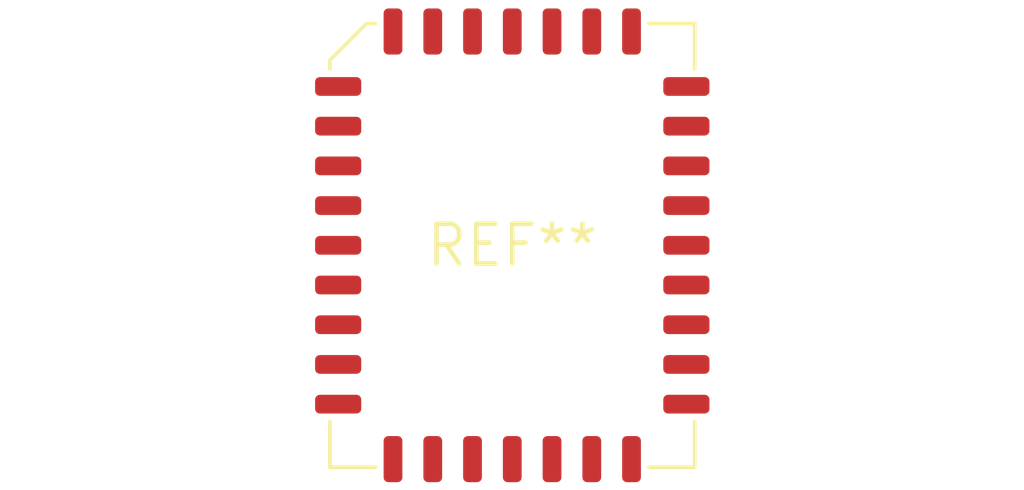
<source format=kicad_pcb>
(kicad_pcb (version 20240108) (generator pcbnew)
  (layers (0 "F.Cu" signal) (31 "B.Cu" signal) (34 "B.Paste" user) (35 "F.Paste" user) (36 "B.SilkS" user "B.Silkscreen") (37 "F.SilkS" user "F.Silkscreen") (38 "B.Mask" user) (39 "F.Mask" user) (44 "Edge.Cuts" user))
  (net 0 "")
  (footprint "PLCC-32_11.4x14.0mm_P1.27mm" (layer "F.Cu") (at 0 0)
    (property "Reference" "REF**")
    (property "Value" "PLCC-32_11.4x14.0mm_P1.27mm")
    (fp_line (start -5.825 -5.922782) (end -5.825 -5.64) (layer "F.SilkS") (stroke (width 0.12)))
    (fp_line (start -5.825 7.095) (end -5.825 5.64) (layer "F.SilkS") (stroke (width 0.12)))
    (fp_line (start -4.652782 -7.095) (end -5.825 -5.922782) (layer "F.SilkS") (stroke (width 0.12)))
    (fp_line (start -4.37 -7.095) (end -4.652782 -7.095) (layer "F.SilkS") (stroke (width 0.12)))
    (fp_line (start -4.37 7.095) (end -5.825 7.095) (layer "F.SilkS") (stroke (width 0.12)))
    (fp_line (start 4.37 -7.095) (end 5.825 -7.095) (layer "F.SilkS") (stroke (width 0.12)))
    (fp_line (start 4.37 7.095) (end 5.825 7.095) (layer "F.SilkS") (stroke (width 0.12)))
    (fp_line (start 5.825 -7.095) (end 5.825 -5.64) (layer "F.SilkS") (stroke (width 0.12)))
    (fp_line (start 5.825 7.095) (end 5.825 5.64) (layer "F.SilkS") (stroke (width 0.12)))
    (pad "1" smd roundrect (at 0 -6.8375) (size 0.6 1.475) (layers "F.Cu" "F.Paste" "F.Mask"))
    (pad "2" smd roundrect (at -1.27 -6.8375) (size 0.6 1.475) (layers "F.Cu" "F.Paste" "F.Mask"))
    (pad "3" smd roundrect (at -2.54 -6.8375) (size 0.6 1.475) (layers "F.Cu" "F.Paste" "F.Mask"))
    (pad "4" smd roundrect (at -3.81 -6.8375) (size 0.6 1.475) (layers "F.Cu" "F.Paste" "F.Mask"))
    (pad "5" smd roundrect (at -5.5625 -5.08) (size 1.475 0.6) (layers "F.Cu" "F.Paste" "F.Mask"))
    (pad "6" smd roundrect (at -5.5625 -3.81) (size 1.475 0.6) (layers "F.Cu" "F.Paste" "F.Mask"))
    (pad "7" smd roundrect (at -5.5625 -2.54) (size 1.475 0.6) (layers "F.Cu" "F.Paste" "F.Mask"))
    (pad "8" smd roundrect (at -5.5625 -1.27) (size 1.475 0.6) (layers "F.Cu" "F.Paste" "F.Mask"))
    (pad "9" smd roundrect (at -5.5625 0) (size 1.475 0.6) (layers "F.Cu" "F.Paste" "F.Mask"))
    (pad "10" smd roundrect (at -5.5625 1.27) (size 1.475 0.6) (layers "F.Cu" "F.Paste" "F.Mask"))
    (pad "11" smd roundrect (at -5.5625 2.54) (size 1.475 0.6) (layers "F.Cu" "F.Paste" "F.Mask"))
    (pad "12" smd roundrect (at -5.5625 3.81) (size 1.475 0.6) (layers "F.Cu" "F.Paste" "F.Mask"))
    (pad "13" smd roundrect (at -5.5625 5.08) (size 1.475 0.6) (layers "F.Cu" "F.Paste" "F.Mask"))
    (pad "14" smd roundrect (at -3.81 6.8375) (size 0.6 1.475) (layers "F.Cu" "F.Paste" "F.Mask"))
    (pad "15" smd roundrect (at -2.54 6.8375) (size 0.6 1.475) (layers "F.Cu" "F.Paste" "F.Mask"))
    (pad "16" smd roundrect (at -1.27 6.8375) (size 0.6 1.475) (layers "F.Cu" "F.Paste" "F.Mask"))
    (pad "17" smd roundrect (at 0 6.8375) (size 0.6 1.475) (layers "F.Cu" "F.Paste" "F.Mask"))
    (pad "18" smd roundrect (at 1.27 6.8375) (size 0.6 1.475) (layers "F.Cu" "F.Paste" "F.Mask"))
    (pad "19" smd roundrect (at 2.54 6.8375) (size 0.6 1.475) (layers "F.Cu" "F.Paste" "F.Mask"))
    (pad "20" smd roundrect (at 3.81 6.8375) (size 0.6 1.475) (layers "F.Cu" "F.Paste" "F.Mask"))
    (pad "21" smd roundrect (at 5.5625 5.08) (size 1.475 0.6) (layers "F.Cu" "F.Paste" "F.Mask"))
    (pad "22" smd roundrect (at 5.5625 3.81) (size 1.475 0.6) (layers "F.Cu" "F.Paste" "F.Mask"))
    (pad "23" smd roundrect (at 5.5625 2.54) (size 1.475 0.6) (layers "F.Cu" "F.Paste" "F.Mask"))
    (pad "24" smd roundrect (at 5.5625 1.27) (size 1.475 0.6) (layers "F.Cu" "F.Paste" "F.Mask"))
    (pad "25" smd roundrect (at 5.5625 0) (size 1.475 0.6) (layers "F.Cu" "F.Paste" "F.Mask"))
    (pad "26" smd roundrect (at 5.5625 -1.27) (size 1.475 0.6) (layers "F.Cu" "F.Paste" "F.Mask"))
    (pad "27" smd roundrect (at 5.5625 -2.54) (size 1.475 0.6) (layers "F.Cu" "F.Paste" "F.Mask"))
    (pad "28" smd roundrect (at 5.5625 -3.81) (size 1.475 0.6) (layers "F.Cu" "F.Paste" "F.Mask"))
    (pad "29" smd roundrect (at 5.5625 -5.08) (size 1.475 0.6) (layers "F.Cu" "F.Paste" "F.Mask"))
    (pad "30" smd roundrect (at 3.81 -6.8375) (size 0.6 1.475) (layers "F.Cu" "F.Paste" "F.Mask"))
    (pad "31" smd roundrect (at 2.54 -6.8375) (size 0.6 1.475) (layers "F.Cu" "F.Paste" "F.Mask"))
    (pad "32" smd roundrect (at 1.27 -6.8375) (size 0.6 1.475) (layers "F.Cu" "F.Paste" "F.Mask"))
  )
)
</source>
